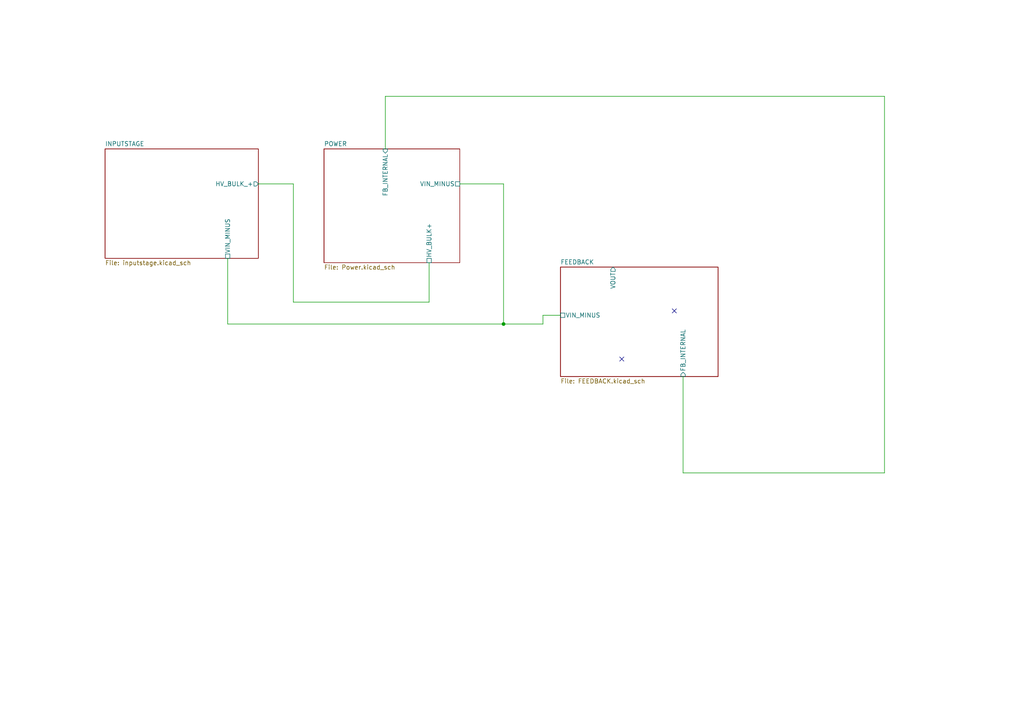
<source format=kicad_sch>
(kicad_sch (version 20230121) (generator eeschema)
  (paper "A4")
  (lib_symbols)
  (junction (at 146.05 93.98))
  (no_connect (at 180.34 104.14))
  (no_connect (at 195.58 90.17))
  (wire (pts (xy 85.09 53.34) (xy 85.09 87.63)))
  (wire (pts (xy 157.48 91.44) (xy 162.56 91.44)))
  (wire (pts (xy 66.04 74.93) (xy 66.04 93.98)))
  (wire (pts (xy 198.12 137.16) (xy 198.12 109.22)))
  (wire (pts (xy 146.05 93.98) (xy 157.48 93.98)))
  (wire (pts (xy 157.48 93.98) (xy 157.48 91.44)))
  (wire (pts (xy 256.54 27.94) (xy 256.54 137.16)))
  (wire (pts (xy 85.09 87.63) (xy 124.46 87.63)))
  (wire (pts (xy 146.05 93.98) (xy 146.05 53.34)))
  (wire (pts (xy 74.93 53.34) (xy 85.09 53.34)))
  (wire (pts (xy 133.35 53.34) (xy 146.05 53.34)))
  (wire (pts (xy 111.76 43.18) (xy 111.76 27.94)))
  (wire (pts (xy 124.46 87.63) (xy 124.46 76.2)))
  (wire (pts (xy 111.76 27.94) (xy 256.54 27.94)))
  (wire (pts (xy 256.54 137.16) (xy 198.12 137.16)))
  (wire (pts (xy 66.04 93.98) (xy 146.05 93.98)))
  (sheet (at 162.56 77.47) (size 45.72 31.75) (stroke (width 0.1524))
    (property "Sheetname" "FEEDBACK" (at 162.56 76.7584 0) (effects (justify left bottom)))
    (property "Sheetfile" "FEEDBACK.kicad_sch" (at 162.56 109.8046 0) (effects (justify left top)))
    (pin "VOUT" output (at 177.8 77.47 90))
    (pin "VIN_MINUS" passive (at 162.56 91.44 180))
    (pin "FB_INTERNAL" input (at 198.12 109.22 270))
  )
  (sheet (at 93.98 43.18) (size 39.37 33.02) (stroke (width 0.1524))
    (property "Sheetname" "POWER" (at 93.98 42.4684 0) (effects (justify left bottom)))
    (property "Sheetfile" "Power.kicad_sch" (at 93.98 76.7846 0) (effects (justify left top)))
    (pin "HV_BULK+" passive (at 124.46 76.2 270))
    (pin "VIN_MINUS" passive (at 133.35 53.34 0))
    (pin "FB_INTERNAL" input (at 111.76 43.18 90))
  )
  (sheet (at 30.48 43.18) (size 44.45 31.75) (stroke (width 0.1524))
    (property "Sheetname" "INPUTSTAGE" (at 30.48 42.4684 0) (effects (justify left bottom)))
    (property "Sheetfile" "inputstage.kicad_sch" (at 30.48 75.5146 0) (effects (justify left top)))
    (pin "VIN_MINUS" passive (at 66.04 74.93 270))
    (pin "HV_BULK_+" output (at 74.93 53.34 0))
  )
)
</source>
